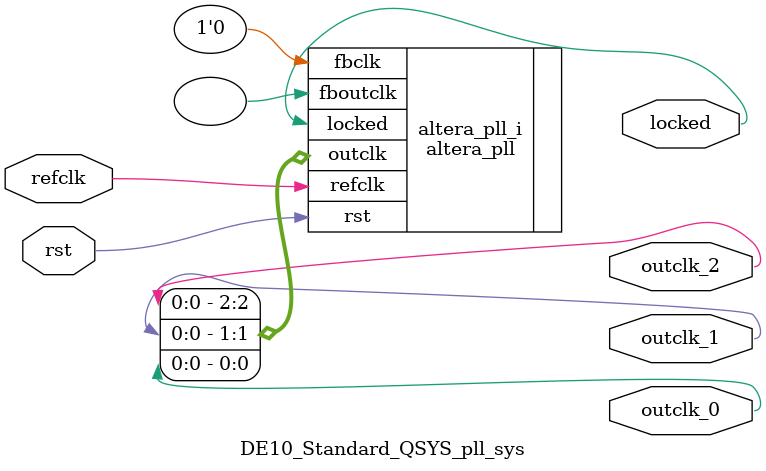
<source format=v>
`timescale 1ns/10ps
module  DE10_Standard_QSYS_pll_sys(

	// interface 'refclk'
	input wire refclk,

	// interface 'reset'
	input wire rst,

	// interface 'outclk0'
	output wire outclk_0,

	// interface 'outclk1'
	output wire outclk_1,

	// interface 'outclk2'
	output wire outclk_2,

	// interface 'locked'
	output wire locked
);

	altera_pll #(
		.fractional_vco_multiplier("false"),
		.reference_clock_frequency("50.0 MHz"),
		.operation_mode("normal"),
		.number_of_clocks(3),
		.output_clock_frequency0("100.000000 MHz"),
		.phase_shift0("0 ps"),
		.duty_cycle0(50),
		.output_clock_frequency1("40.000000 MHz"),
		.phase_shift1("0 ps"),
		.duty_cycle1(50),
		.output_clock_frequency2("200.000000 MHz"),
		.phase_shift2("0 ps"),
		.duty_cycle2(50),
		.output_clock_frequency3("0 MHz"),
		.phase_shift3("0 ps"),
		.duty_cycle3(50),
		.output_clock_frequency4("0 MHz"),
		.phase_shift4("0 ps"),
		.duty_cycle4(50),
		.output_clock_frequency5("0 MHz"),
		.phase_shift5("0 ps"),
		.duty_cycle5(50),
		.output_clock_frequency6("0 MHz"),
		.phase_shift6("0 ps"),
		.duty_cycle6(50),
		.output_clock_frequency7("0 MHz"),
		.phase_shift7("0 ps"),
		.duty_cycle7(50),
		.output_clock_frequency8("0 MHz"),
		.phase_shift8("0 ps"),
		.duty_cycle8(50),
		.output_clock_frequency9("0 MHz"),
		.phase_shift9("0 ps"),
		.duty_cycle9(50),
		.output_clock_frequency10("0 MHz"),
		.phase_shift10("0 ps"),
		.duty_cycle10(50),
		.output_clock_frequency11("0 MHz"),
		.phase_shift11("0 ps"),
		.duty_cycle11(50),
		.output_clock_frequency12("0 MHz"),
		.phase_shift12("0 ps"),
		.duty_cycle12(50),
		.output_clock_frequency13("0 MHz"),
		.phase_shift13("0 ps"),
		.duty_cycle13(50),
		.output_clock_frequency14("0 MHz"),
		.phase_shift14("0 ps"),
		.duty_cycle14(50),
		.output_clock_frequency15("0 MHz"),
		.phase_shift15("0 ps"),
		.duty_cycle15(50),
		.output_clock_frequency16("0 MHz"),
		.phase_shift16("0 ps"),
		.duty_cycle16(50),
		.output_clock_frequency17("0 MHz"),
		.phase_shift17("0 ps"),
		.duty_cycle17(50),
		.pll_type("General"),
		.pll_subtype("General")
	) altera_pll_i (
		.rst	(rst),
		.outclk	({outclk_2, outclk_1, outclk_0}),
		.locked	(locked),
		.fboutclk	( ),
		.fbclk	(1'b0),
		.refclk	(refclk)
	);
endmodule


</source>
